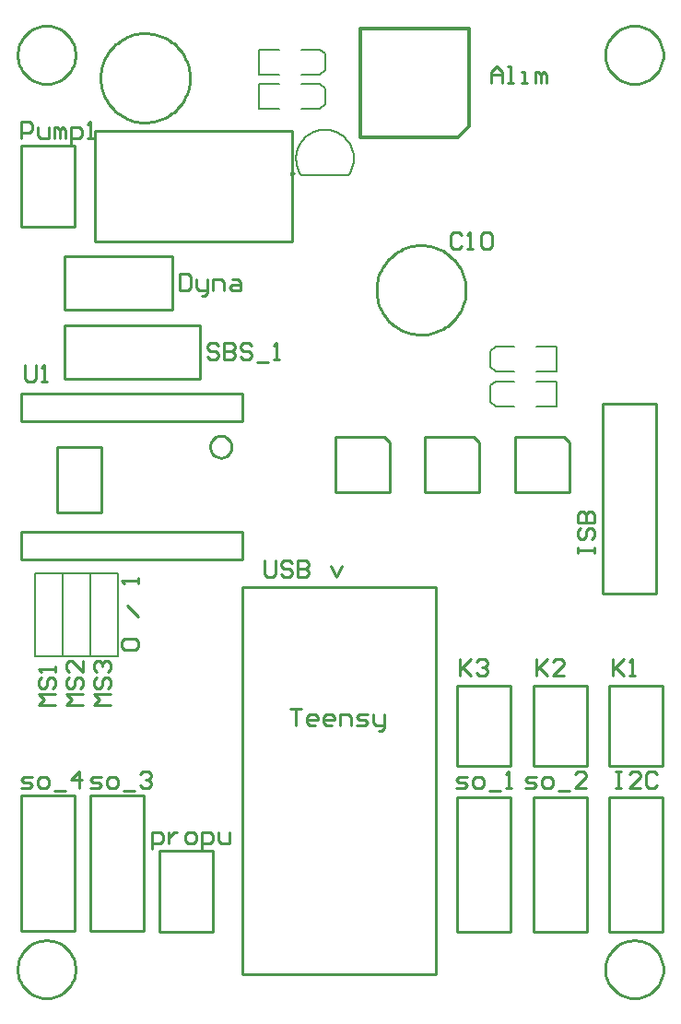
<source format=gto>
G04 Layer_Color=65535*
%FSLAX25Y25*%
%MOIN*%
G70*
G01*
G75*
%ADD32C,0.01000*%
%ADD33C,0.00984*%
%ADD34C,0.00787*%
%ADD35C,0.01181*%
D32*
X234882Y342520D02*
X234835Y343515D01*
X234693Y344502D01*
X234458Y345470D01*
X234132Y346412D01*
X233718Y347318D01*
X233219Y348182D01*
X232641Y348993D01*
X231989Y349746D01*
X231267Y350434D01*
X230484Y351050D01*
X229646Y351589D01*
X228760Y352046D01*
X227835Y352416D01*
X226878Y352697D01*
X225900Y352886D01*
X224908Y352980D01*
X223911D01*
X222919Y352886D01*
X221940Y352697D01*
X220984Y352416D01*
X220059Y352046D01*
X219173Y351589D01*
X218335Y351050D01*
X217551Y350434D01*
X216830Y349746D01*
X216178Y348993D01*
X215599Y348182D01*
X215101Y347318D01*
X214687Y346412D01*
X214361Y345470D01*
X214126Y344502D01*
X213984Y343515D01*
X213937Y342520D01*
X213984Y341524D01*
X214126Y340538D01*
X214361Y339569D01*
X214687Y338628D01*
X215101Y337721D01*
X215599Y336858D01*
X216178Y336046D01*
X216830Y335293D01*
X217551Y334605D01*
X218335Y333989D01*
X219173Y333450D01*
X220059Y332994D01*
X220984Y332623D01*
X221940Y332343D01*
X222919Y332154D01*
X223911Y332059D01*
X224908D01*
X225900Y332154D01*
X226878Y332343D01*
X227835Y332623D01*
X228760Y332994D01*
X229646Y333450D01*
X230484Y333989D01*
X231267Y334605D01*
X231989Y335293D01*
X232641Y336046D01*
X233219Y336858D01*
X233718Y337721D01*
X234132Y338628D01*
X234458Y339569D01*
X234693Y340538D01*
X234835Y341524D01*
X234882Y342520D01*
Y11811D02*
X234835Y12807D01*
X234693Y13793D01*
X234458Y14761D01*
X234132Y15703D01*
X233718Y16610D01*
X233219Y17473D01*
X232641Y18285D01*
X231989Y19038D01*
X231267Y19726D01*
X230484Y20342D01*
X229646Y20880D01*
X228760Y21337D01*
X227835Y21708D01*
X226878Y21988D01*
X225900Y22177D01*
X224908Y22272D01*
X223911D01*
X222919Y22177D01*
X221940Y21988D01*
X220984Y21708D01*
X220059Y21337D01*
X219173Y20880D01*
X218335Y20342D01*
X217551Y19726D01*
X216830Y19038D01*
X216178Y18285D01*
X215599Y17473D01*
X215101Y16610D01*
X214687Y15703D01*
X214361Y14761D01*
X214126Y13793D01*
X213984Y12807D01*
X213937Y11811D01*
X213984Y10816D01*
X214126Y9829D01*
X214361Y8861D01*
X214687Y7919D01*
X215101Y7012D01*
X215599Y6149D01*
X216178Y5337D01*
X216830Y4584D01*
X217551Y3897D01*
X218335Y3280D01*
X219173Y2742D01*
X220059Y2285D01*
X220984Y1915D01*
X221940Y1634D01*
X222919Y1445D01*
X223911Y1350D01*
X224908D01*
X225900Y1445D01*
X226878Y1634D01*
X227835Y1915D01*
X228760Y2285D01*
X229646Y2742D01*
X230484Y3280D01*
X231267Y3897D01*
X231989Y4584D01*
X232641Y5337D01*
X233219Y6149D01*
X233718Y7012D01*
X234132Y7919D01*
X234458Y8861D01*
X234693Y9829D01*
X234835Y10816D01*
X234882Y11811D01*
X22284D02*
X22236Y12807D01*
X22094Y13793D01*
X21859Y14761D01*
X21533Y15703D01*
X21119Y16610D01*
X20621Y17473D01*
X20043Y18285D01*
X19390Y19038D01*
X18669Y19726D01*
X17886Y20342D01*
X17047Y20880D01*
X16161Y21337D01*
X15236Y21708D01*
X14280Y21988D01*
X13301Y22177D01*
X12309Y22272D01*
X11313D01*
X10321Y22177D01*
X9342Y21988D01*
X8386Y21708D01*
X7461Y21337D01*
X6575Y20880D01*
X5736Y20342D01*
X4953Y19726D01*
X4232Y19038D01*
X3579Y18285D01*
X3001Y17473D01*
X2503Y16610D01*
X2089Y15703D01*
X1763Y14761D01*
X1528Y13793D01*
X1386Y12807D01*
X1339Y11811D01*
X1386Y10816D01*
X1528Y9829D01*
X1763Y8861D01*
X2089Y7919D01*
X2503Y7012D01*
X3001Y6149D01*
X3579Y5337D01*
X4232Y4584D01*
X4953Y3897D01*
X5736Y3280D01*
X6575Y2742D01*
X7461Y2285D01*
X8386Y1915D01*
X9342Y1634D01*
X10321Y1445D01*
X11313Y1350D01*
X12309D01*
X13301Y1445D01*
X14280Y1634D01*
X15236Y1915D01*
X16161Y2285D01*
X17047Y2742D01*
X17886Y3280D01*
X18669Y3897D01*
X19390Y4584D01*
X20043Y5337D01*
X20621Y6149D01*
X21119Y7012D01*
X21533Y7919D01*
X21859Y8861D01*
X22094Y9829D01*
X22236Y10816D01*
X22284Y11811D01*
Y342520D02*
X22236Y343515D01*
X22094Y344502D01*
X21859Y345470D01*
X21533Y346412D01*
X21119Y347318D01*
X20621Y348182D01*
X20043Y348993D01*
X19390Y349746D01*
X18669Y350434D01*
X17886Y351050D01*
X17047Y351589D01*
X16161Y352046D01*
X15236Y352416D01*
X14280Y352697D01*
X13301Y352886D01*
X12309Y352980D01*
X11313D01*
X10321Y352886D01*
X9342Y352697D01*
X8386Y352416D01*
X7461Y352046D01*
X6575Y351589D01*
X5736Y351050D01*
X4953Y350434D01*
X4232Y349746D01*
X3579Y348993D01*
X3001Y348182D01*
X2503Y347318D01*
X2089Y346412D01*
X1763Y345470D01*
X1528Y344502D01*
X1386Y343515D01*
X1339Y342520D01*
X1386Y341524D01*
X1528Y340538D01*
X1763Y339569D01*
X2089Y338628D01*
X2503Y337721D01*
X3001Y336858D01*
X3579Y336046D01*
X4232Y335293D01*
X4953Y334605D01*
X5736Y333989D01*
X6575Y333450D01*
X7461Y332994D01*
X8386Y332623D01*
X9342Y332343D01*
X10321Y332154D01*
X11313Y332059D01*
X12309D01*
X13301Y332154D01*
X14280Y332343D01*
X15236Y332623D01*
X16161Y332994D01*
X17047Y333450D01*
X17886Y333989D01*
X18669Y334605D01*
X19390Y335293D01*
X20043Y336046D01*
X20621Y336858D01*
X21119Y337721D01*
X21533Y338628D01*
X21859Y339569D01*
X22094Y340538D01*
X22236Y341524D01*
X22284Y342520D01*
X163445Y257500D02*
X163414Y258504D01*
X163320Y259503D01*
X163165Y260495D01*
X162948Y261475D01*
X162670Y262440D01*
X162333Y263386D01*
X161938Y264309D01*
X161487Y265206D01*
X160980Y266073D01*
X160421Y266906D01*
X159811Y267704D01*
X159152Y268462D01*
X158448Y269177D01*
X157700Y269847D01*
X156912Y270470D01*
X156088Y271042D01*
X155229Y271562D01*
X154339Y272028D01*
X153422Y272437D01*
X152482Y272789D01*
X151521Y273081D01*
X150545Y273313D01*
X149555Y273484D01*
X148557Y273593D01*
X147554Y273640D01*
X146550Y273624D01*
X145549Y273546D01*
X144555Y273406D01*
X143572Y273204D01*
X142602Y272942D01*
X141651Y272620D01*
X140722Y272239D01*
X139819Y271802D01*
X138944Y271309D01*
X138102Y270762D01*
X137295Y270165D01*
X136527Y269518D01*
X135801Y268825D01*
X135119Y268088D01*
X134484Y267310D01*
X133899Y266494D01*
X133366Y265643D01*
X132887Y264761D01*
X132463Y263851D01*
X132097Y262916D01*
X131790Y261960D01*
X131543Y260987D01*
X131356Y260000D01*
X131232Y259004D01*
X131169Y258002D01*
Y256998D01*
X131232Y255996D01*
X131356Y255000D01*
X131543Y254013D01*
X131790Y253040D01*
X132097Y252084D01*
X132463Y251149D01*
X132887Y250239D01*
X133366Y249357D01*
X133899Y248506D01*
X134484Y247690D01*
X135119Y246912D01*
X135801Y246175D01*
X136527Y245482D01*
X137295Y244835D01*
X138102Y244238D01*
X138944Y243691D01*
X139819Y243198D01*
X140723Y242761D01*
X141651Y242380D01*
X142603Y242058D01*
X143572Y241795D01*
X144555Y241594D01*
X145549Y241454D01*
X146550Y241376D01*
X147554Y241360D01*
X148557Y241407D01*
X149555Y241516D01*
X150545Y241687D01*
X151521Y241919D01*
X152482Y242212D01*
X153422Y242563D01*
X154339Y242972D01*
X155229Y243438D01*
X156088Y243958D01*
X156913Y244530D01*
X157700Y245153D01*
X158448Y245823D01*
X159152Y246538D01*
X159811Y247296D01*
X160421Y248094D01*
X160980Y248927D01*
X161487Y249794D01*
X161938Y250691D01*
X162333Y251614D01*
X162670Y252560D01*
X162948Y253525D01*
X163165Y254505D01*
X163320Y255497D01*
X163414Y256497D01*
X163445Y257500D01*
X63642Y334193D02*
X63611Y335196D01*
X63517Y336196D01*
X63361Y337188D01*
X63145Y338168D01*
X62867Y339133D01*
X62530Y340079D01*
X62135Y341002D01*
X61684Y341899D01*
X61177Y342766D01*
X60618Y343599D01*
X60008Y344397D01*
X59349Y345155D01*
X58645Y345870D01*
X57897Y346540D01*
X57109Y347163D01*
X56284Y347735D01*
X55426Y348255D01*
X54536Y348721D01*
X53619Y349130D01*
X52679Y349481D01*
X51718Y349774D01*
X50741Y350006D01*
X49752Y350177D01*
X48754Y350286D01*
X47751Y350333D01*
X46747Y350317D01*
X45746Y350239D01*
X44752Y350099D01*
X43768Y349897D01*
X42799Y349635D01*
X41848Y349313D01*
X40919Y348932D01*
X40016Y348495D01*
X39141Y348002D01*
X38299Y347455D01*
X37492Y346858D01*
X36724Y346211D01*
X35998Y345518D01*
X35316Y344781D01*
X34681Y344003D01*
X34096Y343187D01*
X33563Y342336D01*
X33084Y341454D01*
X32660Y340544D01*
X32294Y339609D01*
X31987Y338653D01*
X31739Y337680D01*
X31553Y336693D01*
X31429Y335697D01*
X31366Y334695D01*
Y333691D01*
X31429Y332689D01*
X31553Y331693D01*
X31739Y330706D01*
X31987Y329733D01*
X32294Y328777D01*
X32660Y327842D01*
X33084Y326932D01*
X33563Y326050D01*
X34096Y325199D01*
X34681Y324383D01*
X35316Y323605D01*
X35998Y322868D01*
X36724Y322175D01*
X37492Y321528D01*
X38299Y320931D01*
X39141Y320384D01*
X40016Y319891D01*
X40919Y319454D01*
X41848Y319073D01*
X42799Y318751D01*
X43769Y318488D01*
X44752Y318287D01*
X45746Y318147D01*
X46747Y318069D01*
X47751Y318053D01*
X48754Y318100D01*
X49752Y318209D01*
X50741Y318380D01*
X51718Y318612D01*
X52679Y318904D01*
X53619Y319256D01*
X54536Y319665D01*
X55426Y320131D01*
X56284Y320651D01*
X57109Y321223D01*
X57897Y321846D01*
X58645Y322516D01*
X59349Y323231D01*
X60008Y323989D01*
X60618Y324786D01*
X61177Y325620D01*
X61684Y326487D01*
X62135Y327384D01*
X62530Y328307D01*
X62867Y329253D01*
X63145Y330218D01*
X63362Y331198D01*
X63517Y332190D01*
X63611Y333190D01*
X63642Y334193D01*
X78740Y200787D02*
X78616Y201766D01*
X78253Y202684D01*
X77673Y203483D01*
X76913Y204112D01*
X76020Y204532D01*
X75050Y204717D01*
X74065Y204655D01*
X73127Y204350D01*
X72294Y203821D01*
X71618Y203101D01*
X71143Y202237D01*
X70897Y201281D01*
Y200294D01*
X71143Y199338D01*
X71618Y198473D01*
X72294Y197754D01*
X73127Y197225D01*
X74065Y196920D01*
X75050Y196858D01*
X76020Y197043D01*
X76913Y197463D01*
X77673Y198092D01*
X78253Y198891D01*
X78616Y199808D01*
X78740Y200787D01*
X215413Y85354D02*
Y114488D01*
Y85354D02*
X234705D01*
Y114488D01*
X215413D02*
X234705D01*
X160413Y85354D02*
Y114488D01*
Y85354D02*
X179705D01*
Y114488D01*
X160413D02*
X179705D01*
X187913Y85354D02*
Y114488D01*
Y85354D02*
X207205D01*
Y114488D01*
X187913D02*
X207205D01*
X2500Y210000D02*
X82500D01*
X2500D02*
Y220000D01*
X82500D01*
Y210000D02*
Y220000D01*
X2500Y160000D02*
X82500D01*
X2500D02*
Y170000D01*
X82500D01*
Y160000D02*
Y170000D01*
X29200Y274950D02*
Y315050D01*
X100800D01*
Y274950D02*
Y315050D01*
X29200Y274950D02*
X100800D01*
X116171Y184528D02*
Y204213D01*
Y184528D02*
X135856D01*
Y202244D01*
X133887Y204213D02*
X135856Y202244D01*
X116171Y204213D02*
X133887D01*
X148671Y184528D02*
Y204213D01*
Y184528D02*
X168356D01*
Y202244D01*
X166387Y204213D02*
X168356Y202244D01*
X148671Y204213D02*
X166387D01*
X181171Y184528D02*
Y204213D01*
Y184528D02*
X200856D01*
Y202244D01*
X198887Y204213D02*
X200856Y202244D01*
X181171Y204213D02*
X198887D01*
X22087Y280512D02*
Y309646D01*
X2795D02*
X22087D01*
X2795Y280512D02*
Y309646D01*
Y280512D02*
X22087D01*
X2795Y74646D02*
X22087D01*
X2795Y25827D02*
Y74646D01*
Y25827D02*
X22087D01*
Y74646D01*
X27795D02*
X47087D01*
X27795Y25827D02*
Y74646D01*
Y25827D02*
X47087D01*
Y74646D01*
X72087Y25512D02*
Y54646D01*
X52795D02*
X72087D01*
X52795Y25512D02*
Y54646D01*
Y25512D02*
X72087D01*
X187913Y25354D02*
X207205D01*
Y74173D01*
X187913D02*
X207205D01*
X187913Y25354D02*
Y74173D01*
X160413Y25354D02*
X179705D01*
Y74173D01*
X160413D02*
X179705D01*
X160413Y25354D02*
Y74173D01*
X215413Y25354D02*
X234705D01*
Y74173D01*
X215413D02*
X234705D01*
X215413Y25354D02*
Y74173D01*
X82500Y10000D02*
Y150000D01*
Y10000D02*
X152500D01*
Y150000D01*
X82500D02*
X152500D01*
X212913Y147854D02*
X232205D01*
Y216358D01*
X212913D02*
X232205D01*
X212913Y147854D02*
Y216358D01*
X57146Y250413D02*
Y269705D01*
X18169D02*
X57146D01*
X18169Y250413D02*
Y269705D01*
Y250413D02*
X57146D01*
X18327Y225413D02*
X67146D01*
X18327D02*
Y244705D01*
X67146D01*
Y225413D02*
Y244705D01*
X15748Y177165D02*
Y200787D01*
Y177165D02*
X31496D01*
Y200787D01*
X15748D02*
X31496D01*
X60000Y263498D02*
Y257500D01*
X62999D01*
X63999Y258500D01*
Y262498D01*
X62999Y263498D01*
X60000D01*
X65998Y261499D02*
Y258500D01*
X66998Y257500D01*
X69997D01*
Y256500D01*
X68997Y255501D01*
X67997D01*
X69997Y257500D02*
Y261499D01*
X71996Y257500D02*
Y261499D01*
X74995D01*
X75995Y260499D01*
Y257500D01*
X78994Y261499D02*
X80993D01*
X81993Y260499D01*
Y257500D01*
X78994D01*
X77994Y258500D01*
X78994Y259499D01*
X81993D01*
X100000Y105998D02*
X103999D01*
X101999D01*
Y100000D01*
X108997D02*
X106998D01*
X105998Y101000D01*
Y102999D01*
X106998Y103999D01*
X108997D01*
X109997Y102999D01*
Y101999D01*
X105998D01*
X114995Y100000D02*
X112996D01*
X111996Y101000D01*
Y102999D01*
X112996Y103999D01*
X114995D01*
X115995Y102999D01*
Y101999D01*
X111996D01*
X117994Y100000D02*
Y103999D01*
X120993D01*
X121993Y102999D01*
Y100000D01*
X123992D02*
X126991D01*
X127991Y101000D01*
X126991Y101999D01*
X124992D01*
X123992Y102999D01*
X124992Y103999D01*
X127991D01*
X129990D02*
Y101000D01*
X130990Y100000D01*
X133989D01*
Y99000D01*
X132989Y98001D01*
X131990D01*
X133989Y100000D02*
Y103999D01*
X2500Y77500D02*
X5499D01*
X6499Y78500D01*
X5499Y79499D01*
X3500D01*
X2500Y80499D01*
X3500Y81499D01*
X6499D01*
X9498Y77500D02*
X11497D01*
X12497Y78500D01*
Y80499D01*
X11497Y81499D01*
X9498D01*
X8498Y80499D01*
Y78500D01*
X9498Y77500D01*
X14496Y76500D02*
X18495D01*
X23493Y77500D02*
Y83498D01*
X20494Y80499D01*
X24493D01*
X27500Y77500D02*
X30499D01*
X31499Y78500D01*
X30499Y79499D01*
X28500D01*
X27500Y80499D01*
X28500Y81499D01*
X31499D01*
X34498Y77500D02*
X36497D01*
X37497Y78500D01*
Y80499D01*
X36497Y81499D01*
X34498D01*
X33498Y80499D01*
Y78500D01*
X34498Y77500D01*
X39496Y76500D02*
X43495D01*
X45494Y82498D02*
X46494Y83498D01*
X48493D01*
X49493Y82498D01*
Y81499D01*
X48493Y80499D01*
X47493D01*
X48493D01*
X49493Y79499D01*
Y78500D01*
X48493Y77500D01*
X46494D01*
X45494Y78500D01*
X185000Y77500D02*
X187999D01*
X188999Y78500D01*
X187999Y79499D01*
X186000D01*
X185000Y80499D01*
X186000Y81499D01*
X188999D01*
X191998Y77500D02*
X193997D01*
X194997Y78500D01*
Y80499D01*
X193997Y81499D01*
X191998D01*
X190998Y80499D01*
Y78500D01*
X191998Y77500D01*
X196996Y76500D02*
X200995D01*
X206993Y77500D02*
X202994D01*
X206993Y81499D01*
Y82498D01*
X205993Y83498D01*
X203994D01*
X202994Y82498D01*
X160000Y77500D02*
X162999D01*
X163999Y78500D01*
X162999Y79499D01*
X161000D01*
X160000Y80499D01*
X161000Y81499D01*
X163999D01*
X166998Y77500D02*
X168997D01*
X169997Y78500D01*
Y80499D01*
X168997Y81499D01*
X166998D01*
X165998Y80499D01*
Y78500D01*
X166998Y77500D01*
X171996Y76500D02*
X175995D01*
X177994Y77500D02*
X179993D01*
X178994D01*
Y83498D01*
X177994Y82498D01*
X217500Y83498D02*
X219499D01*
X218500D01*
Y77500D01*
X217500D01*
X219499D01*
X226497D02*
X222498D01*
X226497Y81499D01*
Y82498D01*
X225497Y83498D01*
X223498D01*
X222498Y82498D01*
X232495D02*
X231495Y83498D01*
X229496D01*
X228496Y82498D01*
Y78500D01*
X229496Y77500D01*
X231495D01*
X232495Y78500D01*
X204002Y162500D02*
Y164499D01*
Y163500D01*
X210000D01*
Y162500D01*
Y164499D01*
X205002Y171497D02*
X204002Y170497D01*
Y168498D01*
X205002Y167498D01*
X206001D01*
X207001Y168498D01*
Y170497D01*
X208001Y171497D01*
X209000D01*
X210000Y170497D01*
Y168498D01*
X209000Y167498D01*
X204002Y173496D02*
X210000D01*
Y176496D01*
X209000Y177495D01*
X208001D01*
X207001Y176496D01*
Y173496D01*
Y176496D01*
X206001Y177495D01*
X205002D01*
X204002Y176496D01*
Y173496D01*
X216535Y124108D02*
Y118110D01*
Y120110D01*
X220534Y124108D01*
X217535Y121109D01*
X220534Y118110D01*
X222533D02*
X224533D01*
X223533D01*
Y124108D01*
X222533Y123109D01*
X188976Y124108D02*
Y118110D01*
Y120110D01*
X192975Y124108D01*
X189976Y121109D01*
X192975Y118110D01*
X198973D02*
X194974D01*
X198973Y122109D01*
Y123109D01*
X197974Y124108D01*
X195974D01*
X194974Y123109D01*
X161417Y124108D02*
Y118110D01*
Y120110D01*
X165416Y124108D01*
X162417Y121109D01*
X165416Y118110D01*
X167415Y123109D02*
X168415Y124108D01*
X170414D01*
X171414Y123109D01*
Y122109D01*
X170414Y121109D01*
X169415D01*
X170414D01*
X171414Y120110D01*
Y119110D01*
X170414Y118110D01*
X168415D01*
X167415Y119110D01*
X162109Y277498D02*
X161109Y278498D01*
X159110D01*
X158110Y277498D01*
Y273500D01*
X159110Y272500D01*
X161109D01*
X162109Y273500D01*
X164108Y272500D02*
X166108D01*
X165108D01*
Y278498D01*
X164108Y277498D01*
X169107D02*
X170106Y278498D01*
X172106D01*
X173105Y277498D01*
Y273500D01*
X172106Y272500D01*
X170106D01*
X169107Y273500D01*
Y277498D01*
X3937Y230408D02*
Y225409D01*
X4937Y224410D01*
X6936D01*
X7936Y225409D01*
Y230408D01*
X9935Y224410D02*
X11934D01*
X10935D01*
Y230408D01*
X9935Y229408D01*
X15000Y107500D02*
X9002D01*
X11001Y109499D01*
X9002Y111499D01*
X15000D01*
X10002Y117497D02*
X9002Y116497D01*
Y114498D01*
X10002Y113498D01*
X11001D01*
X12001Y114498D01*
Y116497D01*
X13001Y117497D01*
X14000D01*
X15000Y116497D01*
Y114498D01*
X14000Y113498D01*
X15000Y119496D02*
Y121495D01*
Y120496D01*
X9002D01*
X10002Y119496D01*
X25000Y107500D02*
X19002D01*
X21001Y109499D01*
X19002Y111499D01*
X25000D01*
X20002Y117497D02*
X19002Y116497D01*
Y114498D01*
X20002Y113498D01*
X21001D01*
X22001Y114498D01*
Y116497D01*
X23001Y117497D01*
X24000D01*
X25000Y116497D01*
Y114498D01*
X24000Y113498D01*
X25000Y123495D02*
Y119496D01*
X21001Y123495D01*
X20002D01*
X19002Y122495D01*
Y120496D01*
X20002Y119496D01*
X35000Y107500D02*
X29002D01*
X31001Y109499D01*
X29002Y111499D01*
X35000D01*
X30002Y117497D02*
X29002Y116497D01*
Y114498D01*
X30002Y113498D01*
X31001D01*
X32001Y114498D01*
Y116497D01*
X33001Y117497D01*
X34000D01*
X35000Y116497D01*
Y114498D01*
X34000Y113498D01*
X30002Y119496D02*
X29002Y120496D01*
Y122495D01*
X30002Y123495D01*
X31001D01*
X32001Y122495D01*
Y121495D01*
Y122495D01*
X33001Y123495D01*
X34000D01*
X35000Y122495D01*
Y120496D01*
X34000Y119496D01*
X2500Y312500D02*
Y318498D01*
X5499D01*
X6499Y317498D01*
Y315499D01*
X5499Y314499D01*
X2500D01*
X8498Y316499D02*
Y313500D01*
X9498Y312500D01*
X12497D01*
Y316499D01*
X14496Y312500D02*
Y316499D01*
X15496D01*
X16496Y315499D01*
Y312500D01*
Y315499D01*
X17495Y316499D01*
X18495Y315499D01*
Y312500D01*
X20494Y310501D02*
Y316499D01*
X23493D01*
X24493Y315499D01*
Y313500D01*
X23493Y312500D01*
X20494D01*
X26492D02*
X28492D01*
X27492D01*
Y318498D01*
X26492Y317498D01*
X50000Y55501D02*
Y61499D01*
X52999D01*
X53999Y60499D01*
Y58500D01*
X52999Y57500D01*
X50000D01*
X55998Y61499D02*
Y57500D01*
Y59499D01*
X56998Y60499D01*
X57997Y61499D01*
X58997D01*
X62996Y57500D02*
X64995D01*
X65995Y58500D01*
Y60499D01*
X64995Y61499D01*
X62996D01*
X61996Y60499D01*
Y58500D01*
X62996Y57500D01*
X67994Y55501D02*
Y61499D01*
X70993D01*
X71993Y60499D01*
Y58500D01*
X70993Y57500D01*
X67994D01*
X73992Y61499D02*
Y58500D01*
X74992Y57500D01*
X77991D01*
Y61499D01*
X73999Y237498D02*
X72999Y238498D01*
X71000D01*
X70000Y237498D01*
Y236499D01*
X71000Y235499D01*
X72999D01*
X73999Y234499D01*
Y233500D01*
X72999Y232500D01*
X71000D01*
X70000Y233500D01*
X75998Y238498D02*
Y232500D01*
X78997D01*
X79997Y233500D01*
Y234499D01*
X78997Y235499D01*
X75998D01*
X78997D01*
X79997Y236499D01*
Y237498D01*
X78997Y238498D01*
X75998D01*
X85995Y237498D02*
X84995Y238498D01*
X82996D01*
X81996Y237498D01*
Y236499D01*
X82996Y235499D01*
X84995D01*
X85995Y234499D01*
Y233500D01*
X84995Y232500D01*
X82996D01*
X81996Y233500D01*
X87994Y231500D02*
X91993D01*
X93992Y232500D02*
X95992D01*
X94992D01*
Y238498D01*
X93992Y237498D01*
X172500Y332500D02*
Y336499D01*
X174499Y338498D01*
X176499Y336499D01*
Y332500D01*
Y335499D01*
X172500D01*
X178498Y332500D02*
X180497D01*
X179498D01*
Y338498D01*
X178498D01*
X183496Y332500D02*
X185496D01*
X184496D01*
Y336499D01*
X183496D01*
X188495Y332500D02*
Y336499D01*
X189495D01*
X190494Y335499D01*
Y332500D01*
Y335499D01*
X191494Y336499D01*
X192493Y335499D01*
Y332500D01*
X40002Y127500D02*
X39002Y128500D01*
Y130499D01*
X40002Y131499D01*
X44000D01*
X45000Y130499D01*
Y128500D01*
X44000Y127500D01*
X40002D01*
X45000Y139496D02*
X41001Y143495D01*
X45000Y151492D02*
Y153492D01*
Y152492D01*
X39002D01*
X40002Y151492D01*
X90551Y159541D02*
Y154543D01*
X91551Y153543D01*
X93550D01*
X94550Y154543D01*
Y159541D01*
X100548Y158542D02*
X99548Y159541D01*
X97549D01*
X96549Y158542D01*
Y157542D01*
X97549Y156542D01*
X99548D01*
X100548Y155543D01*
Y154543D01*
X99548Y153543D01*
X97549D01*
X96549Y154543D01*
X102547Y159541D02*
Y153543D01*
X105546D01*
X106546Y154543D01*
Y155543D01*
X105546Y156542D01*
X102547D01*
X105546D01*
X106546Y157542D01*
Y158542D01*
X105546Y159541D01*
X102547D01*
X114543Y157542D02*
X116543Y153543D01*
X118542Y157542D01*
D33*
X101169Y299602D02*
X100431Y300029D01*
Y299176D01*
X101169Y299602D01*
D34*
X121046Y299016D02*
X121575Y299852D01*
X122021Y300735D01*
X122383Y301656D01*
X122655Y302607D01*
X122836Y303579D01*
X122924Y304565D01*
X122918Y305554D01*
X122819Y306538D01*
X122627Y307509D01*
X122344Y308456D01*
X121972Y309373D01*
X121515Y310251D01*
X120978Y311081D01*
X120363Y311857D01*
X119679Y312571D01*
X118930Y313216D01*
X118122Y313789D01*
X117265Y314282D01*
X116364Y314691D01*
X115429Y315014D01*
X114467Y315246D01*
X113488Y315386D01*
X112500Y315433D01*
X111512Y315386D01*
X110533Y315246D01*
X109571Y315014D01*
X108636Y314691D01*
X107735Y314282D01*
X106878Y313789D01*
X106070Y313216D01*
X105321Y312571D01*
X104636Y311857D01*
X104022Y311081D01*
X103484Y310251D01*
X103028Y309373D01*
X102656Y308456D01*
X102373Y307509D01*
X102181Y306538D01*
X102082Y305554D01*
X102076Y304565D01*
X102164Y303579D01*
X102345Y302607D01*
X102617Y301656D01*
X102979Y300735D01*
X103425Y299852D01*
X103954Y299016D01*
X188937Y237028D02*
X196417D01*
X188937Y227972D02*
X196417D01*
Y237028D01*
X172402Y229547D02*
Y235453D01*
X174370Y237028D02*
X181063D01*
X172402Y229547D02*
X174370Y227972D01*
X172402Y235453D02*
X174370Y237028D01*
X174370Y227972D02*
X181063D01*
X188937Y224528D02*
X196417D01*
X188937Y215472D02*
X196417D01*
Y224528D01*
X172402Y217047D02*
Y222953D01*
X174370Y224528D02*
X181063D01*
X172402Y217047D02*
X174370Y215472D01*
X172402Y222953D02*
X174370Y224528D01*
X174370Y215472D02*
X181063D01*
X7500Y155000D02*
X17500D01*
Y125000D02*
Y155000D01*
X7500Y125000D02*
X17500D01*
X7500D02*
Y155000D01*
X17500D02*
X27500D01*
Y125000D02*
Y155000D01*
X17500Y125000D02*
X27500D01*
X17500D02*
Y155000D01*
X27500D02*
X37500D01*
Y125000D02*
Y155000D01*
X27500Y125000D02*
X37500D01*
X27500D02*
Y155000D01*
X88583Y335472D02*
X96063D01*
X88583Y344528D02*
X96063D01*
X88583Y335472D02*
Y344528D01*
X112598Y337047D02*
Y342953D01*
X103937Y335472D02*
X110630D01*
Y344528D02*
X112598Y342953D01*
X110630Y335472D02*
X112598Y337047D01*
X103937Y344528D02*
X110630D01*
X88583Y322972D02*
X96063D01*
X88583Y332028D02*
X96063D01*
X88583Y322972D02*
Y332028D01*
X112598Y324547D02*
Y330453D01*
X103937Y322972D02*
X110630D01*
Y332028D02*
X112598Y330453D01*
X110630Y322972D02*
X112598Y324547D01*
X103937Y332028D02*
X110630D01*
X103954Y299016D02*
X121046D01*
D35*
X125315Y352185D02*
X164685D01*
X125315Y312815D02*
Y352185D01*
X164685Y316752D02*
Y352185D01*
X160748Y312815D02*
X164685Y316752D01*
X125315Y312815D02*
X160748D01*
M02*

</source>
